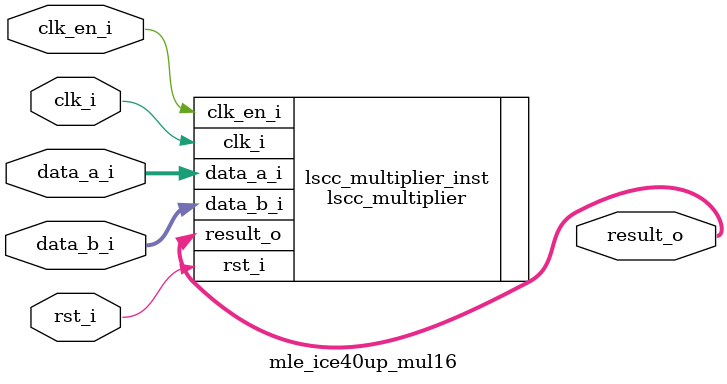
<source format=v>
/*******************************************************************************
    Verilog netlist generated by IPGEN Radiant
    Soft IP Version: 1.0.0
    Thu May 31 14:51:17 2018
*******************************************************************************/
/*******************************************************************************
    Include IP core template files.
*******************************************************************************/
`include "core/lscc_multiplier.v"
/*******************************************************************************
    Wrapper Module generated per user settings.
*******************************************************************************/
module mle_ice40up_mul16 (clk_i, clk_en_i, rst_i, data_a_i, data_b_i, result_o);
    input  clk_i;
    input  clk_en_i;
    input  rst_i;
    input  [15:0]  data_a_i;
    input  [15:0]  data_b_i;
    output  [31:0]  result_o;
    lscc_multiplier #(.USE_COEFF(0),
        .COEFF(2),
        .A_WIDTH(16),
        .B_WIDTH(16),
        .A_SIGNED("on"),
        .B_SIGNED("on"),
        .USE_IREG("off"),
        .USE_OREG("on"),
        .PIPELINES(0),
        .IMPL("DSP"))
    lscc_multiplier_inst(.clk_i(clk_i),
        .clk_en_i(clk_en_i),
        .rst_i(rst_i),
        .data_a_i(data_a_i),
        .data_b_i(data_b_i),
        .result_o(result_o));
endmodule
</source>
